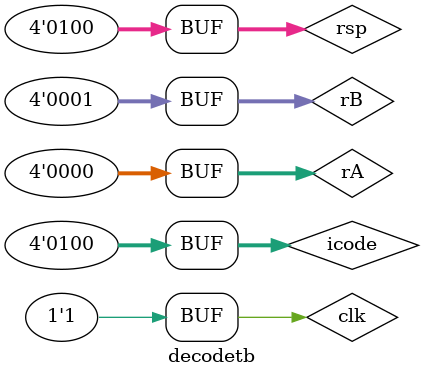
<source format=v>

   
module decodetb;
  
  reg clk;
  reg [63:0] reg_mem[0:14];

  reg [3:0] icode;
  reg [3:0] rA;
  reg [3:0] rB; 
  reg [3:0] rsp; 
  wire [63:0] valA;
  wire [63:0] valB;
  
  
  decode decode(
    .clk(clk),
    .icode(icode),
    .rA(rA),
    .rB(rB),
    .rsp(rsp),
    .valA(valA),
    .valB(valB)
  );
  initial 
    begin 
  
    clk=0;
    //PC=64'd0;
    

    #10 clk=~clk;
    icode = 4'b0100;
    rA = 1'd0;
    rB = 1'd1;
    rsp = 4'b0100;
   /* #10 clk=~clk;
    #10 clk=~clk;PC=valP;
    #10 clk=~clk;   */
  
  end
  
   initial 
     $monitor("clk=%b icode=%b rA=%b rB=%b valA=%d valB=%d\n",clk,icode,rA,rB,valA,valB);
endmodule

</source>
